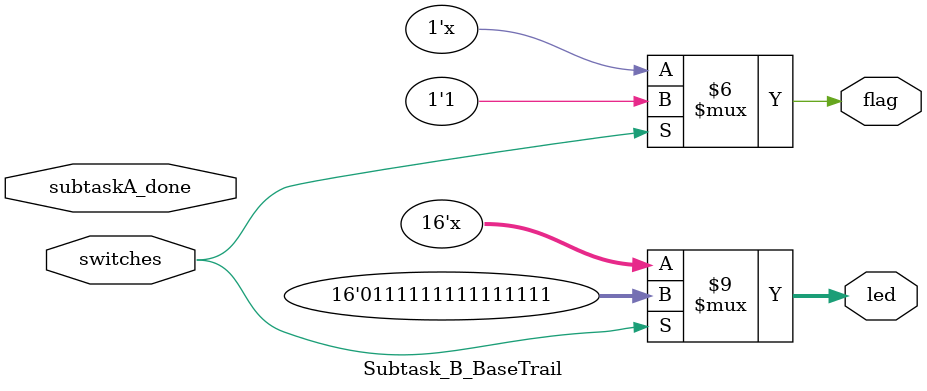
<source format=v>
`timescale 1ns / 1ps


module Subtask_B_BaseTrail(
    input subtaskA_done, switches, //flag to indicate completion of previous task
    output reg [15:0] led,
    output reg flag = 0 //flag to signal completion of task
    );
    
    initial begin
        led = 16'b0000000000000000;
    end
    
    // setting LEDs to be turned on
    always @ (*) begin
        if (switches == 1) 
        begin
            led = 16'b0111111111111111;
            flag = 1;
        end
    end
endmodule

</source>
